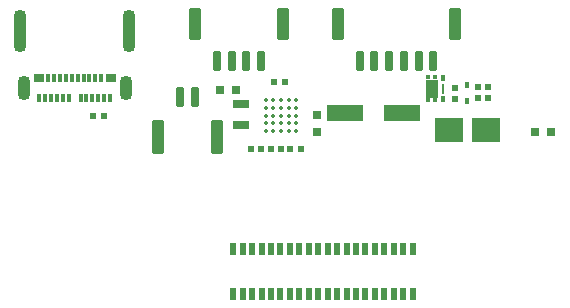
<source format=gtp>
G04*
G04 #@! TF.GenerationSoftware,Altium Limited,Altium Designer,22.4.2 (48)*
G04*
G04 Layer_Color=8421504*
%FSLAX44Y44*%
%MOMM*%
G71*
G04*
G04 #@! TF.SameCoordinates,A2904C07-0F36-4402-9195-DF30BD9EA298*
G04*
G04*
G04 #@! TF.FilePolarity,Positive*
G04*
G01*
G75*
%ADD17O,1.1000X2.1000*%
%ADD18O,1.1000X3.6000*%
%ADD19R,0.9000X0.7000*%
%ADD20R,0.3000X0.7000*%
%ADD21R,0.4000X0.3500*%
%ADD22R,0.4000X0.5000*%
%ADD23R,0.2850X0.9200*%
%ADD24R,1.0500X1.6000*%
G04:AMPARAMS|DCode=25|XSize=0.55mm|YSize=0.5mm|CornerRadius=0.0625mm|HoleSize=0mm|Usage=FLASHONLY|Rotation=180.000|XOffset=0mm|YOffset=0mm|HoleType=Round|Shape=RoundedRectangle|*
%AMROUNDEDRECTD25*
21,1,0.5500,0.3750,0,0,180.0*
21,1,0.4250,0.5000,0,0,180.0*
1,1,0.1250,-0.2125,0.1875*
1,1,0.1250,0.2125,0.1875*
1,1,0.1250,0.2125,-0.1875*
1,1,0.1250,-0.2125,-0.1875*
%
%ADD25ROUNDEDRECTD25*%
%ADD26R,0.4000X0.4800*%
G04:AMPARAMS|DCode=27|XSize=0.55mm|YSize=0.5mm|CornerRadius=0.0625mm|HoleSize=0mm|Usage=FLASHONLY|Rotation=270.000|XOffset=0mm|YOffset=0mm|HoleType=Round|Shape=RoundedRectangle|*
%AMROUNDEDRECTD27*
21,1,0.5500,0.3750,0,0,270.0*
21,1,0.4250,0.5000,0,0,270.0*
1,1,0.1250,-0.1875,-0.2125*
1,1,0.1250,-0.1875,0.2125*
1,1,0.1250,0.1875,0.2125*
1,1,0.1250,0.1875,-0.2125*
%
%ADD27ROUNDEDRECTD27*%
G04:AMPARAMS|DCode=28|XSize=0.76mm|YSize=0.6604mm|CornerRadius=0.0825mm|HoleSize=0mm|Usage=FLASHONLY|Rotation=180.000|XOffset=0mm|YOffset=0mm|HoleType=Round|Shape=RoundedRectangle|*
%AMROUNDEDRECTD28*
21,1,0.7600,0.4953,0,0,180.0*
21,1,0.5949,0.6604,0,0,180.0*
1,1,0.1651,-0.2975,0.2477*
1,1,0.1651,0.2975,0.2477*
1,1,0.1651,0.2975,-0.2477*
1,1,0.1651,-0.2975,-0.2477*
%
%ADD28ROUNDEDRECTD28*%
%ADD29C,0.3500*%
G04:AMPARAMS|DCode=30|XSize=1mm|YSize=2.8mm|CornerRadius=0.1mm|HoleSize=0mm|Usage=FLASHONLY|Rotation=0.000|XOffset=0mm|YOffset=0mm|HoleType=Round|Shape=RoundedRectangle|*
%AMROUNDEDRECTD30*
21,1,1.0000,2.6000,0,0,0.0*
21,1,0.8000,2.8000,0,0,0.0*
1,1,0.2000,0.4000,-1.3000*
1,1,0.2000,-0.4000,-1.3000*
1,1,0.2000,-0.4000,1.3000*
1,1,0.2000,0.4000,1.3000*
%
%ADD30ROUNDEDRECTD30*%
G04:AMPARAMS|DCode=31|XSize=0.6mm|YSize=1.7mm|CornerRadius=0.09mm|HoleSize=0mm|Usage=FLASHONLY|Rotation=180.000|XOffset=0mm|YOffset=0mm|HoleType=Round|Shape=RoundedRectangle|*
%AMROUNDEDRECTD31*
21,1,0.6000,1.5200,0,0,180.0*
21,1,0.4200,1.7000,0,0,180.0*
1,1,0.1800,-0.2100,0.7600*
1,1,0.1800,0.2100,0.7600*
1,1,0.1800,0.2100,-0.7600*
1,1,0.1800,-0.2100,-0.7600*
%
%ADD31ROUNDEDRECTD31*%
G04:AMPARAMS|DCode=32|XSize=0.76mm|YSize=0.6604mm|CornerRadius=0.0825mm|HoleSize=0mm|Usage=FLASHONLY|Rotation=270.000|XOffset=0mm|YOffset=0mm|HoleType=Round|Shape=RoundedRectangle|*
%AMROUNDEDRECTD32*
21,1,0.7600,0.4953,0,0,270.0*
21,1,0.5949,0.6604,0,0,270.0*
1,1,0.1651,-0.2477,-0.2975*
1,1,0.1651,-0.2477,0.2975*
1,1,0.1651,0.2477,0.2975*
1,1,0.1651,0.2477,-0.2975*
%
%ADD32ROUNDEDRECTD32*%
%ADD33R,2.4500X2.1500*%
G04:AMPARAMS|DCode=34|XSize=1.3mm|YSize=0.76mm|CornerRadius=0.095mm|HoleSize=0mm|Usage=FLASHONLY|Rotation=180.000|XOffset=0mm|YOffset=0mm|HoleType=Round|Shape=RoundedRectangle|*
%AMROUNDEDRECTD34*
21,1,1.3000,0.5700,0,0,180.0*
21,1,1.1100,0.7600,0,0,180.0*
1,1,0.1900,-0.5550,0.2850*
1,1,0.1900,0.5550,0.2850*
1,1,0.1900,0.5550,-0.2850*
1,1,0.1900,-0.5550,-0.2850*
%
%ADD34ROUNDEDRECTD34*%
%ADD35R,3.1500X1.4500*%
G04:AMPARAMS|DCode=36|XSize=1mm|YSize=2.7mm|CornerRadius=0.1mm|HoleSize=0mm|Usage=FLASHONLY|Rotation=180.000|XOffset=0mm|YOffset=0mm|HoleType=Round|Shape=RoundedRectangle|*
%AMROUNDEDRECTD36*
21,1,1.0000,2.5000,0,0,180.0*
21,1,0.8000,2.7000,0,0,180.0*
1,1,0.2000,-0.4000,1.2500*
1,1,0.2000,0.4000,1.2500*
1,1,0.2000,0.4000,-1.2500*
1,1,0.2000,-0.4000,-1.2500*
%
%ADD36ROUNDEDRECTD36*%
G04:AMPARAMS|DCode=37|XSize=0.6mm|YSize=1.7mm|CornerRadius=0.06mm|HoleSize=0mm|Usage=FLASHONLY|Rotation=180.000|XOffset=0mm|YOffset=0mm|HoleType=Round|Shape=RoundedRectangle|*
%AMROUNDEDRECTD37*
21,1,0.6000,1.5800,0,0,180.0*
21,1,0.4800,1.7000,0,0,180.0*
1,1,0.1200,-0.2400,0.7900*
1,1,0.1200,0.2400,0.7900*
1,1,0.1200,0.2400,-0.7900*
1,1,0.1200,-0.2400,-0.7900*
%
%ADD37ROUNDEDRECTD37*%
%ADD38R,0.5000X1.1000*%
D17*
X31050Y820500D02*
D03*
X117450D02*
D03*
D18*
X28050Y869100D02*
D03*
X120450Y869100D02*
D03*
D19*
X43750Y829400D02*
D03*
X104750D02*
D03*
D20*
X51750D02*
D03*
X56750D02*
D03*
X66750D02*
D03*
X61750D02*
D03*
X76750D02*
D03*
X71750D02*
D03*
X81750D02*
D03*
X44250Y812400D02*
D03*
X49250D02*
D03*
X79250D02*
D03*
X69250D02*
D03*
X84250D02*
D03*
X59250D02*
D03*
X54250D02*
D03*
X64250D02*
D03*
X91750Y829400D02*
D03*
X96750D02*
D03*
X86750D02*
D03*
X94250Y812400D02*
D03*
X89250D02*
D03*
X99250D02*
D03*
X104250D02*
D03*
D21*
X373250Y810500D02*
D03*
X379750D02*
D03*
Y830000D02*
D03*
X373250D02*
D03*
D22*
X386250Y811250D02*
D03*
Y829250D02*
D03*
D23*
Y820250D02*
D03*
D24*
X376500D02*
D03*
D25*
X396250Y820750D02*
D03*
Y811750D02*
D03*
X415750Y812250D02*
D03*
Y821250D02*
D03*
X424250D02*
D03*
Y812250D02*
D03*
D26*
X406250Y810150D02*
D03*
Y823350D02*
D03*
D27*
X249250Y768750D02*
D03*
X240250D02*
D03*
X252000Y826250D02*
D03*
X243000D02*
D03*
X265500Y768750D02*
D03*
X256500D02*
D03*
X232250D02*
D03*
X223250D02*
D03*
X98750Y796750D02*
D03*
X89750D02*
D03*
D28*
X279700Y783750D02*
D03*
Y797750D02*
D03*
D29*
X236000Y784250D02*
D03*
Y790750D02*
D03*
Y797250D02*
D03*
Y803750D02*
D03*
Y810250D02*
D03*
X242500Y784250D02*
D03*
Y790750D02*
D03*
Y797250D02*
D03*
Y803750D02*
D03*
Y810250D02*
D03*
X249000Y784250D02*
D03*
Y790750D02*
D03*
Y797250D02*
D03*
Y803750D02*
D03*
Y810250D02*
D03*
X255500Y784250D02*
D03*
Y790750D02*
D03*
Y797250D02*
D03*
Y803750D02*
D03*
Y810250D02*
D03*
X262000Y784250D02*
D03*
Y790750D02*
D03*
Y797250D02*
D03*
Y803750D02*
D03*
Y810250D02*
D03*
D30*
X145000Y779500D02*
D03*
X194500D02*
D03*
D31*
X176000Y813000D02*
D03*
X163500D02*
D03*
D32*
X211250Y819250D02*
D03*
X197250D02*
D03*
X463750Y783250D02*
D03*
X477750D02*
D03*
D33*
X391000Y785250D02*
D03*
X422500D02*
D03*
D34*
X214750Y807650D02*
D03*
Y789750D02*
D03*
D35*
X351750Y799250D02*
D03*
X302750D02*
D03*
D36*
X250750Y875250D02*
D03*
X176250D02*
D03*
X297000Y875250D02*
D03*
X396500D02*
D03*
D37*
X219750Y843250D02*
D03*
X232250D02*
D03*
X194750D02*
D03*
X207250D02*
D03*
X365500Y843250D02*
D03*
X328000Y843250D02*
D03*
X353000Y843250D02*
D03*
X378000D02*
D03*
X315500Y843250D02*
D03*
X340500D02*
D03*
D38*
X360500Y646250D02*
D03*
X352500D02*
D03*
X344500D02*
D03*
X336500D02*
D03*
X328500D02*
D03*
X320500D02*
D03*
X312500D02*
D03*
X304500D02*
D03*
X296500D02*
D03*
X288500D02*
D03*
X280500D02*
D03*
X272500D02*
D03*
X264500D02*
D03*
X256500D02*
D03*
X248500D02*
D03*
X240500D02*
D03*
X232500D02*
D03*
X224500D02*
D03*
X216500D02*
D03*
X208500D02*
D03*
X360500Y684250D02*
D03*
X352500D02*
D03*
X344500D02*
D03*
X336500D02*
D03*
X328500D02*
D03*
X320500D02*
D03*
X312500D02*
D03*
X304500D02*
D03*
X296500D02*
D03*
X288500D02*
D03*
X280500D02*
D03*
X272500D02*
D03*
X264500D02*
D03*
X256500D02*
D03*
X248500D02*
D03*
X240500D02*
D03*
X232500D02*
D03*
X224500D02*
D03*
X216500D02*
D03*
X208500D02*
D03*
M02*

</source>
